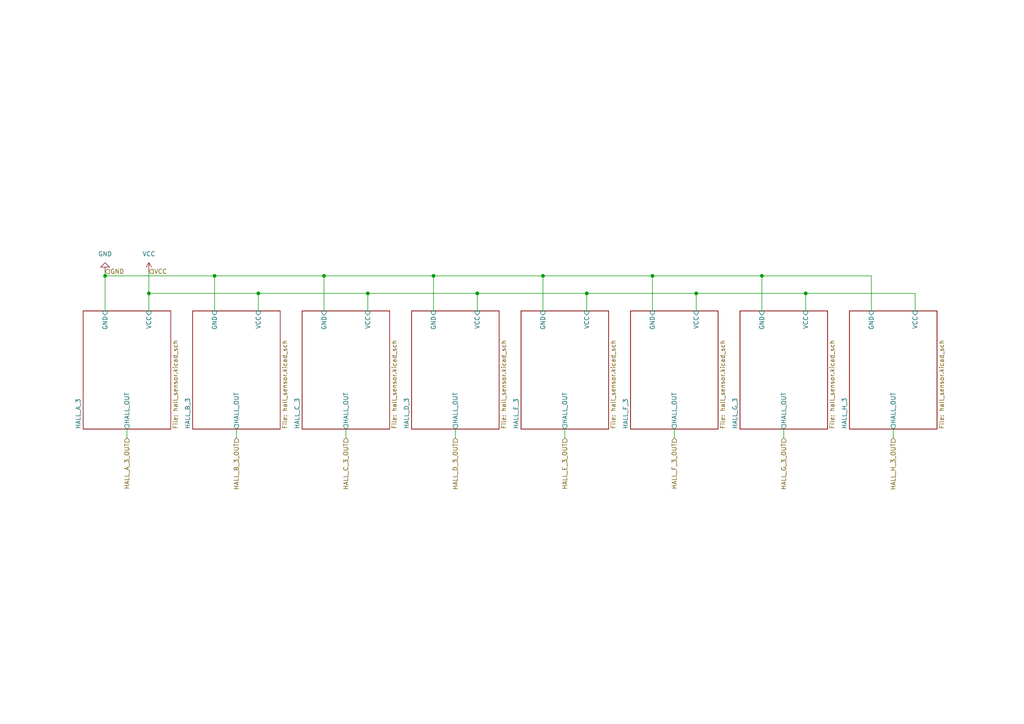
<source format=kicad_sch>
(kicad_sch (version 20250114) (generator "eeschema") (generator_version "9.0")
  (paper "A4")
  (lib_symbols
    (symbol "power:GND" (power) (pin_numbers (hide yes)) (pin_names (offset 0) (hide yes))
      (property "Value" "GND" (at 0 -3.81 0))
      (symbol "GND_0_1"
        (polyline (pts (xy 0 0) (xy 0 -1.27) (xy 1.27 -1.27) (xy 0 -2.54) (xy -1.27 -1.27) (xy 0 -1.27)))
      )
      (symbol "GND_1_1"
        (pin power_in line (at 0 0 270) (length 0) (name "~") (number "1"))
      )
    )
    (symbol "power:VCC" (power) (pin_numbers (hide yes)) (pin_names (offset 0) (hide yes))
      (property "Value" "VCC" (at 0 3.556 0))
      (symbol "VCC_0_1"
        (polyline (pts (xy -0.762 1.27) (xy 0 2.54)))
        (polyline (pts (xy 0 2.54) (xy 0.762 1.27)))
        (polyline (pts (xy 0 0) (xy 0 2.54)))
      )
      (symbol "VCC_1_1"
        (pin power_in line (at 0 0 90) (length 0) (name "~") (number "1"))
      )
    )
  )
  (junction (at 43.18 85.09))
  (junction (at 189.23 80.01))
  (junction (at 93.98 80.01))
  (junction (at 170.18 85.09))
  (junction (at 220.98 80.01))
  (junction (at 201.93 85.09))
  (junction (at 30.48 80.01))
  (junction (at 62.23 80.01))
  (junction (at 138.43 85.09))
  (junction (at 233.68 85.09))
  (junction (at 74.93 85.09))
  (junction (at 106.68 85.09))
  (junction (at 125.73 80.01))
  (junction (at 157.48 80.01))
  (wire (pts (xy 43.18 85.09) (xy 74.93 85.09)))
  (wire (pts (xy 189.23 80.01) (xy 220.98 80.01)))
  (wire (pts (xy 201.93 85.09) (xy 201.93 90.17)))
  (wire (pts (xy 125.73 80.01) (xy 157.48 80.01)))
  (wire (pts (xy 36.83 124.46) (xy 36.83 127)))
  (wire (pts (xy 265.43 85.09) (xy 265.43 90.17)))
  (wire (pts (xy 43.18 85.09) (xy 43.18 90.17)))
  (wire (pts (xy 220.98 80.01) (xy 220.98 90.17)))
  (wire (pts (xy 74.93 85.09) (xy 106.68 85.09)))
  (wire (pts (xy 106.68 85.09) (xy 106.68 90.17)))
  (wire (pts (xy 201.93 85.09) (xy 233.68 85.09)))
  (wire (pts (xy 30.48 80.01) (xy 30.48 90.17)))
  (wire (pts (xy 170.18 85.09) (xy 201.93 85.09)))
  (wire (pts (xy 74.93 85.09) (xy 74.93 90.17)))
  (wire (pts (xy 259.08 124.46) (xy 259.08 127)))
  (wire (pts (xy 125.73 80.01) (xy 125.73 90.17)))
  (wire (pts (xy 157.48 80.01) (xy 189.23 80.01)))
  (wire (pts (xy 233.68 85.09) (xy 233.68 90.17)))
  (wire (pts (xy 233.68 85.09) (xy 265.43 85.09)))
  (wire (pts (xy 93.98 80.01) (xy 125.73 80.01)))
  (wire (pts (xy 252.73 80.01) (xy 252.73 90.17)))
  (wire (pts (xy 68.58 124.46) (xy 68.58 127)))
  (wire (pts (xy 220.98 80.01) (xy 252.73 80.01)))
  (wire (pts (xy 132.08 124.46) (xy 132.08 127)))
  (wire (pts (xy 106.68 85.09) (xy 138.43 85.09)))
  (wire (pts (xy 138.43 85.09) (xy 138.43 90.17)))
  (wire (pts (xy 43.18 78.74) (xy 43.18 85.09)))
  (wire (pts (xy 62.23 80.01) (xy 62.23 90.17)))
  (wire (pts (xy 195.58 124.46) (xy 195.58 127)))
  (wire (pts (xy 30.48 78.74) (xy 30.48 80.01)))
  (wire (pts (xy 93.98 80.01) (xy 93.98 90.17)))
  (wire (pts (xy 189.23 80.01) (xy 189.23 90.17)))
  (wire (pts (xy 100.33 124.46) (xy 100.33 127)))
  (wire (pts (xy 227.33 124.46) (xy 227.33 127)))
  (wire (pts (xy 170.18 85.09) (xy 170.18 90.17)))
  (wire (pts (xy 163.83 124.46) (xy 163.83 127)))
  (wire (pts (xy 138.43 85.09) (xy 170.18 85.09)))
  (wire (pts (xy 62.23 80.01) (xy 93.98 80.01)))
  (wire (pts (xy 30.48 80.01) (xy 62.23 80.01)))
  (wire (pts (xy 157.48 80.01) (xy 157.48 90.17)))
  (hierarchical_label "HALL_D_3_OUT" (shape input) (at 132.08 127 270))
  (hierarchical_label "HALL_A_3_OUT" (shape input) (at 36.83 127 270))
  (hierarchical_label "HALL_B_3_OUT" (shape input) (at 68.58 127 270))
  (hierarchical_label "HALL_G_3_OUT" (shape input) (at 227.33 127 270))
  (hierarchical_label "HALL_E_3_OUT" (shape input) (at 163.83 127 270))
  (hierarchical_label "HALL_C_3_OUT" (shape input) (at 100.33 127 270))
  (hierarchical_label "HALL_H_3_OUT" (shape input) (at 259.08 127 270))
  (hierarchical_label "GND" (shape input) (at 30.48 78.74 0))
  (hierarchical_label "HALL_F_3_OUT" (shape input) (at 195.58 127 270))
  (hierarchical_label "VCC" (shape input) (at 43.18 78.74 0))
  (symbol (lib_id "power:GND") (at 30.48 78.74 180) (unit 1)
    (property "Reference" "#PWR045" (effects (hide yes)))
    (property "Value" "GND" (at 30.48 73.66 0))
    (property "Description" "Power symbol creates a global label with name \"GND\" , ground" (effects (hide yes)))
  )
  (symbol (lib_id "power:VCC") (at 43.18 78.74 0) (unit 1)
    (property "Reference" "#PWR046" (effects (hide yes)))
    (property "Value" "VCC" (at 43.18 73.66 0))
    (property "Description" "Power symbol creates a global label with name \"VCC\"" (effects (hide yes)))
  )
  (sheet (at 55.88 90.17) (size 25.4 34.29) (stroke (width 0.1524))
    (property "Sheetname" "HALL_B_3" (at 55.1684 124.46 90) (effects (justify left bottom)))
    (property "Sheetfile" "hall_sensor.kicad_sch" (at 81.8646 124.46 90) (effects (justify left top)))
    (pin "GND" input (at 62.23 90.17 90))
    (pin "VCC" input (at 74.93 90.17 90))
    (pin "HALL_OUT" output (at 68.58 124.46 270))
  )
  (sheet (at 214.63 90.17) (size 25.4 34.29) (stroke (width 0.1524))
    (property "Sheetname" "HALL_G_3" (at 213.9184 124.46 90) (effects (justify left bottom)))
    (property "Sheetfile" "hall_sensor.kicad_sch" (at 240.6146 124.46 90) (effects (justify left top)))
    (pin "GND" input (at 220.98 90.17 90))
    (pin "VCC" input (at 233.68 90.17 90))
    (pin "HALL_OUT" output (at 227.33 124.46 270))
  )
  (sheet (at 151.13 90.17) (size 25.4 34.29) (stroke (width 0.1524))
    (property "Sheetname" "HALL_E_3" (at 150.4184 124.46 90) (effects (justify left bottom)))
    (property "Sheetfile" "hall_sensor.kicad_sch" (at 177.1146 124.46 90) (effects (justify left top)))
    (pin "GND" input (at 157.48 90.17 90))
    (pin "VCC" input (at 170.18 90.17 90))
    (pin "HALL_OUT" output (at 163.83 124.46 270))
  )
  (sheet (at 246.38 90.17) (size 25.4 34.29) (stroke (width 0.1524))
    (property "Sheetname" "HALL_H_3" (at 245.6684 124.46 90) (effects (justify left bottom)))
    (property "Sheetfile" "hall_sensor.kicad_sch" (at 272.3646 124.46 90) (effects (justify left top)))
    (pin "GND" input (at 252.73 90.17 90))
    (pin "VCC" input (at 265.43 90.17 90))
    (pin "HALL_OUT" output (at 259.08 124.46 270))
  )
  (sheet (at 119.38 90.17) (size 25.4 34.29) (stroke (width 0.1524))
    (property "Sheetname" "HALL_D_3" (at 118.6684 124.46 90) (effects (justify left bottom)))
    (property "Sheetfile" "hall_sensor.kicad_sch" (at 145.3646 124.46 90) (effects (justify left top)))
    (pin "GND" input (at 125.73 90.17 90))
    (pin "VCC" input (at 138.43 90.17 90))
    (pin "HALL_OUT" output (at 132.08 124.46 270))
  )
  (sheet (at 87.63 90.17) (size 25.4 34.29) (stroke (width 0.1524))
    (property "Sheetname" "HALL_C_3" (at 86.9184 124.46 90) (effects (justify left bottom)))
    (property "Sheetfile" "hall_sensor.kicad_sch" (at 113.6146 124.46 90) (effects (justify left top)))
    (pin "GND" input (at 93.98 90.17 90))
    (pin "VCC" input (at 106.68 90.17 90))
    (pin "HALL_OUT" output (at 100.33 124.46 270))
  )
  (sheet (at 24.13 90.17) (size 25.4 34.29) (stroke (width 0.1524))
    (property "Sheetname" "HALL_A_3" (at 23.4184 124.46 90) (effects (justify left bottom)))
    (property "Sheetfile" "hall_sensor.kicad_sch" (at 50.1146 124.46 90) (effects (justify left top)))
    (pin "GND" input (at 30.48 90.17 90))
    (pin "VCC" input (at 43.18 90.17 90))
    (pin "HALL_OUT" output (at 36.83 124.46 270))
  )
  (sheet (at 182.88 90.17) (size 25.4 34.29) (stroke (width 0.1524))
    (property "Sheetname" "HALL_F_3" (at 182.1684 124.46 90) (effects (justify left bottom)))
    (property "Sheetfile" "hall_sensor.kicad_sch" (at 208.8646 124.46 90) (effects (justify left top)))
    (pin "GND" input (at 189.23 90.17 90))
    (pin "VCC" input (at 201.93 90.17 90))
    (pin "HALL_OUT" output (at 195.58 124.46 270))
  )
)
</source>
